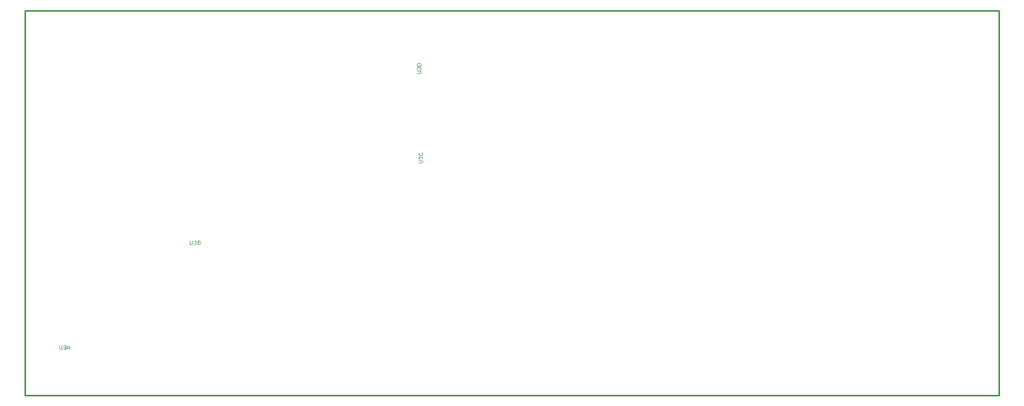
<source format=gbr>
%TF.GenerationSoftware,Altium Limited,Altium Designer,25.7.1 (20)*%
G04 Layer_Color=16711935*
%FSLAX45Y45*%
%MOMM*%
%TF.SameCoordinates,D8C98939-B5AC-4A14-9F93-74B2487226E3*%
%TF.FilePolarity,Positive*%
%TF.FileFunction,Other,Mechanical_1*%
%TF.Part,Single*%
G01*
G75*
%TA.AperFunction,NonConductor*%
%ADD122C,0.10000*%
%ADD125C,0.25400*%
D122*
X8659917Y7522799D02*
X8709901D01*
X8719898Y7532795D01*
Y7552789D01*
X8709901Y7562785D01*
X8659917D01*
X8669914Y7582779D02*
X8659917Y7592776D01*
Y7612769D01*
X8669914Y7622766D01*
X8679911D01*
X8689908Y7612769D01*
Y7602773D01*
Y7612769D01*
X8699904Y7622766D01*
X8709901D01*
X8719898Y7612769D01*
Y7592776D01*
X8709901Y7582779D01*
X8659917Y7642760D02*
X8719898D01*
Y7672750D01*
X8709901Y7682747D01*
X8669914D01*
X8659917Y7672750D01*
Y7642760D01*
X8687920Y6097801D02*
X8737904D01*
X8747900Y6107798D01*
Y6127792D01*
X8737904Y6137788D01*
X8687920D01*
X8697917Y6157782D02*
X8687920Y6167779D01*
Y6187772D01*
X8697917Y6197769D01*
X8707913D01*
X8717910Y6187772D01*
Y6177776D01*
Y6187772D01*
X8727907Y6197769D01*
X8737904D01*
X8747900Y6187772D01*
Y6167779D01*
X8737904Y6157782D01*
X8697917Y6257749D02*
X8687920Y6247753D01*
Y6227759D01*
X8697917Y6217763D01*
X8737904D01*
X8747900Y6227759D01*
Y6247753D01*
X8737904Y6257749D01*
X5047799Y4859080D02*
Y4809096D01*
X5057795Y4799099D01*
X5077789D01*
X5087786Y4809096D01*
Y4859080D01*
X5107779Y4849083D02*
X5117776Y4859080D01*
X5137770D01*
X5147766Y4849083D01*
Y4839086D01*
X5137770Y4829090D01*
X5127773D01*
X5137770D01*
X5147766Y4819093D01*
Y4809096D01*
X5137770Y4799099D01*
X5117776D01*
X5107779Y4809096D01*
X5167760Y4859080D02*
Y4799099D01*
X5197750D01*
X5207747Y4809096D01*
Y4819093D01*
X5197750Y4829090D01*
X5167760D01*
X5197750D01*
X5207747Y4839086D01*
Y4849083D01*
X5197750Y4859080D01*
X5167760D01*
X2967800Y3186583D02*
Y3136599D01*
X2977797Y3126602D01*
X2997790D01*
X3007787Y3136599D01*
Y3186583D01*
X3027781Y3176586D02*
X3037777Y3186583D01*
X3057771D01*
X3067768Y3176586D01*
Y3166589D01*
X3057771Y3156592D01*
X3047774D01*
X3057771D01*
X3067768Y3146596D01*
Y3136599D01*
X3057771Y3126602D01*
X3037777D01*
X3027781Y3136599D01*
X3087761Y3126602D02*
Y3166589D01*
X3107755Y3186583D01*
X3127748Y3166589D01*
Y3126602D01*
Y3156592D01*
X3087761D01*
D125*
X2422500Y8525000D02*
X17922501D01*
Y2390000D02*
Y8525000D01*
X2422500Y2390000D02*
X17922501D01*
X2422500D02*
Y8525000D01*
%TF.MD5,845e76ad4a29fef9c9977c12e2509b29*%
M02*

</source>
